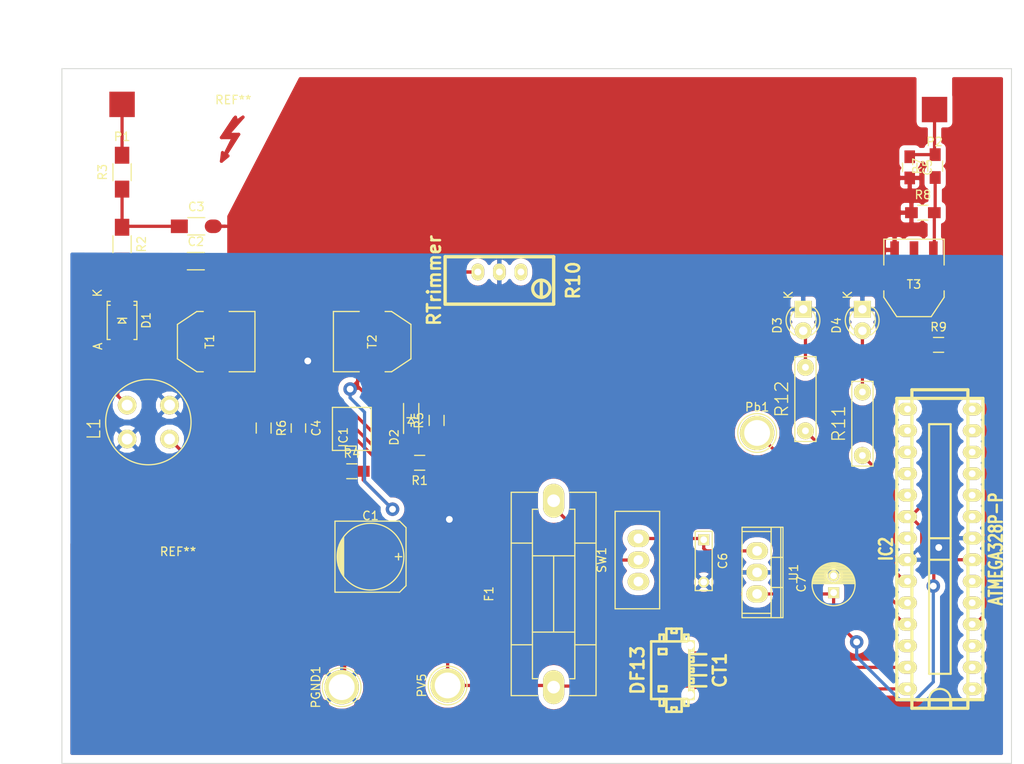
<source format=kicad_pcb>
(kicad_pcb (version 4) (host pcbnew "(2015-07-20 BZR 5967)-product")
  (layers (0 F.Cu signal) (31 B.Cu signal) (35 F.Paste user) (37 F.SilkS user) (39 F.Mask user) (44 Edge.Cuts user))
  (net 0 "")
  (net 1 +5V)
  (net 2 GND)
  (net 3 "Net-(C2-Pad1)")
  (net 4 "Net-(C3-Pad1)")
  (net 5 "Net-(C4-Pad1)")
  (net 6 /HV-)
  (net 7 "Net-(C6-Pad1)")
  (net 8 +3V3)
  (net 9 SCL)
  (net 10 SDA)
  (net 11 "Net-(D1-Pad2)")
  (net 12 "Net-(D2-Pad2)")
  (net 13 "Net-(D3-Pad2)")
  (net 14 "Net-(D4-Pad2)")
  (net 15 "Net-(F1-Pad2)")
  (net 16 "Net-(IC1-Pad7)")
  (net 17 "Net-(IC1-Pad5)")
  (net 18 R)
  (net 19 "Net-(IC1-Pad3)")
  (net 20 /HV+)
  (net 21 "Net-(R7-Pad1)")
  (net 22 "Net-(IC2-Pad4)")
  (net 23 "Net-(R10-Pad3)")
  (net 24 "Net-(IC2-Pad23)")
  (net 25 "Net-(IC2-Pad24)")
  (net 26 "Net-(IC2-Pad1)")
  (net 27 "Net-(IC2-Pad2)")
  (net 28 "Net-(IC2-Pad3)")
  (net 29 "Net-(IC2-Pad5)")
  (net 30 "Net-(IC2-Pad6)")
  (net 31 "Net-(IC2-Pad9)")
  (net 32 "Net-(IC2-Pad10)")
  (net 33 "Net-(IC2-Pad11)")
  (net 34 "Net-(IC2-Pad12)")
  (net 35 "Net-(IC2-Pad13)")
  (net 36 "Net-(IC2-Pad14)")
  (net 37 "Net-(IC2-Pad15)")
  (net 38 "Net-(IC2-Pad16)")
  (net 39 "Net-(IC2-Pad17)")
  (net 40 "Net-(IC2-Pad18)")
  (net 41 "Net-(IC2-Pad19)")
  (net 42 "Net-(IC2-Pad21)")
  (net 43 "Net-(IC2-Pad25)")
  (net 44 "Net-(IC2-Pad26)")
  (net 45 "Net-(SW1-Pad1)")
  (module SMD_Packages:SOT-223 (layer F.Cu) (at 134.597216 54.219634 270)
    (fp_text reference T2 (at 0 0 270) (layer F.SilkS))
    (fp_text value PZT2222A)
    (pad 4 smd rect (at 0 -3.302 270) (size 3.6576 2.032) (layers F.Cu F.Paste F.Mask))
    (pad 2 smd rect (at 0 3.302 270) (size 1.016 2.032) (layers F.Cu F.Paste F.Mask) (net 18 R))
    (pad 3 smd rect (at 2.286 3.302 270) (size 1.016 2.032) (layers F.Cu F.Paste F.Mask) (net 2 GND))
    (pad 1 smd rect (at -2.286 3.302 270) (size 1.016 2.032) (layers F.Cu F.Paste F.Mask) (net 23 "Net-(R10-Pad3)"))
  )
  (module Capacitors_SMD:c_elec_8x6.5 (layer F.Cu) (at 134.4 79.6)
    (fp_text reference C1 (at 0 -4.826) (layer F.SilkS))
    (fp_text value CP)
    (pad 1 smd rect (at 3.05054 0) (size 4.0005 1.6002) (layers F.Cu F.Paste F.Mask) (net 1 +5V))
    (pad 2 smd rect (at -3.05054 0) (size 4.0005 1.6002) (layers F.Cu F.Paste F.Mask) (net 2 GND))
  )
  (module Capacitors_SMD:C_1206_HandSoldering (layer F.Cu) (at 113.797216 44.719634)
    (fp_text reference C2 (at 0 -2.3) (layer F.SilkS))
    (fp_text value C)
    (pad 1 smd rect (at -2 0) (size 2 1.6) (layers F.Cu F.Paste F.Mask) (net 3 "Net-(C2-Pad1)"))
    (pad 2 smd oval (at 2 0) (size 2 1.6) (layers F.Cu F.Paste F.Mask) (net 2 GND))
  )
  (module Capacitors_SMD:C_1206_HandSoldering (layer F.Cu) (at 113.852216 40.609634)
    (fp_text reference C3 (at 0 -2.3) (layer F.SilkS))
    (fp_text value C)
    (pad 1 smd rect (at -2 0) (size 2 1.6) (layers F.Cu F.Paste F.Mask) (net 4 "Net-(C3-Pad1)"))
    (pad 2 smd oval (at 2 0) (size 2 1.6) (layers F.Cu F.Paste F.Mask) (net 2 GND))
  )
  (module Capacitors_SMD:C_0805_HandSoldering (layer F.Cu) (at 125.897216 64.419634 270)
    (fp_text reference C4 (at 0 -2.1 270) (layer F.SilkS))
    (fp_text value C)
    (pad 1 smd rect (at -1.25 0 270) (size 1.5 1.25) (layers F.Cu F.Paste F.Mask) (net 5 "Net-(C4-Pad1)"))
    (pad 2 smd rect (at 1.25 0 270) (size 1.5 1.25) (layers F.Cu F.Paste F.Mask) (net 2 GND))
  )
  (module Capacitors_SMD:C_0805_HandSoldering (layer F.Cu) (at 198 33.65 270)
    (fp_text reference C5 (at 0 -2.1 270) (layer F.SilkS))
    (fp_text value C)
    (pad 1 smd rect (at -1.25 0 270) (size 1.5 1.25) (layers F.Cu F.Paste F.Mask) (net 6 /HV-))
    (pad 2 smd rect (at 1.25 0 270) (size 1.5 1.25) (layers F.Cu F.Paste F.Mask) (net 2 GND))
  )
  (module Capacitors_ThroughHole:C_Rect_L7_W2_P5 (layer F.Cu) (at 173.7 77.6 270)
    (fp_text reference C6 (at 2.5 -2.25 270) (layer F.SilkS))
    (fp_text value C)
    (pad 1 thru_hole rect (at 0 0 270) (size 1.3 1.3) (drill 0.8) (layers *.Cu *.Mask F.SilkS) (net 7 "Net-(C6-Pad1)"))
    (pad 2 thru_hole circle (at 5 0 270) (size 1.3 1.3) (drill 0.8) (layers *.Cu *.Mask F.SilkS) (net 2 GND))
  )
  (module Capacitors_ThroughHole:C_Radial_D5_L11_P2 (layer F.Cu) (at 189.02 83.85 90)
    (fp_text reference C7 (at 1 -3.8 90) (layer F.SilkS))
    (fp_text value CP)
    (pad 1 thru_hole rect (at 0 0 90) (size 1.3 1.3) (drill 0.8) (layers *.Cu *.Mask F.SilkS) (net 8 +3V3))
    (pad 2 thru_hole circle (at 2 0 90) (size 1.3 1.3) (drill 0.8) (layers *.Cu *.Mask F.SilkS) (net 2 GND))
  )
  (module "mis footprints:df13-4p-125h" (layer F.Cu) (at 170 93 270)
    (fp_text reference CT1 (at 0 -5.6007 270) (layer F.SilkS) (effects (font (thickness 0.3048))))
    (fp_text value DF13 (at 0 4.09956 270) (layer F.SilkS) (effects (font (thickness 0.3048))))
    (pad 1 smd rect (at 1.87452 -3.50012 270) (size 0.70104 1.80086) (layers F.Cu F.Paste F.Mask) (net 1 +5V))
    (pad 2 smd rect (at 0.62484 -3.50012 270) (size 0.70104 1.80086) (layers F.Cu F.Paste F.Mask) (net 9 SCL))
    (pad "" smd rect (at -4.22402 -0.20066 270) (size 1.6002 2.19964) (layers F.Cu F.Paste F.Mask))
    (pad "" smd rect (at 4.22402 -0.20066 270) (size 1.6002 2.19964) (layers F.Cu F.Paste F.Mask))
    (pad 3 smd rect (at -0.62484 -3.50012 270) (size 0.70104 1.80086) (layers F.Cu F.Paste F.Mask) (net 10 SDA))
    (pad 4 smd rect (at -1.87452 -3.50012 270) (size 0.70104 1.80086) (layers F.Cu F.Paste F.Mask) (net 2 GND))
    (pad "" np_thru_hole circle (at -2.92608 -2.10058 270) (size 0.89916 0.89916) (drill 0.89916) (layers *.Cu *.Mask F.SilkS))
    (pad "" np_thru_hole circle (at 2.92608 -2.10058 270) (size 0.89916 0.89916) (drill 0.89916) (layers *.Cu *.Mask F.SilkS))
  )
  (module Diodes_SMD:Diode-SMA_Handsoldering (layer F.Cu) (at 105.097216 51.720274 270)
    (fp_text reference D1 (at 0 -2.85 270) (layer F.SilkS))
    (fp_text value D)
    (fp_text user K (at -3.25 2.9 270) (layer F.SilkS))
    (fp_text user A (at 3.05 2.85 270) (layer F.SilkS))
    (pad 1 smd rect (at -2.49936 0 270) (size 3.50012 1.80086) (layers F.Cu F.Paste F.Mask) (net 3 "Net-(C2-Pad1)"))
    (pad 2 smd rect (at 2.49936 0 270) (size 3.50012 1.80086) (layers F.Cu F.Paste F.Mask) (net 11 "Net-(D1-Pad2)"))
  )
  (module Diodes_SMD:SOD-123 (layer F.Cu) (at 139.197216 63.519634 270)
    (fp_text reference D2 (at 2 2 270) (layer F.SilkS))
    (fp_text value D)
    (pad 1 smd rect (at -1.635 0 270) (size 0.91 1.22) (layers F.Cu F.Paste F.Mask) (net 5 "Net-(C4-Pad1)"))
    (pad 2 smd rect (at 1.635 0 270) (size 0.91 1.22) (layers F.Cu F.Paste F.Mask) (net 12 "Net-(D2-Pad2)"))
  )
  (module LEDs:LED-3MM (layer F.Cu) (at 185.435 50.4 270)
    (fp_text reference D3 (at 1.91 3.06 270) (layer F.SilkS))
    (fp_text value D)
    (fp_text user K (at -1.69 1.74 270) (layer F.SilkS))
    (pad 1 thru_hole rect (at 0 0) (size 2 2) (drill 1.00076) (layers *.Cu *.Mask F.SilkS) (net 2 GND))
    (pad 2 thru_hole circle (at 2.54 0 270) (size 2 2) (drill 1.00076) (layers *.Cu *.Mask F.SilkS) (net 13 "Net-(D3-Pad2)"))
  )
  (module LEDs:LED-3MM (layer F.Cu) (at 192.42 50.4 270)
    (fp_text reference D4 (at 1.91 3.06 270) (layer F.SilkS))
    (fp_text value D)
    (fp_text user K (at -1.69 1.74 270) (layer F.SilkS))
    (pad 1 thru_hole rect (at 0 0) (size 2 2) (drill 1.00076) (layers *.Cu *.Mask F.SilkS) (net 2 GND))
    (pad 2 thru_hole circle (at 2.54 0 270) (size 2 2) (drill 1.00076) (layers *.Cu *.Mask F.SilkS) (net 14 "Net-(D4-Pad2)"))
  )
  (module Fuse_Holders_and_Fuses:Fuseholder5x20_horiz_SemiClosed_Casing10x25mm (layer F.Cu) (at 156 84 90)
    (fp_text reference F1 (at 0 -7.62 90) (layer F.SilkS))
    (fp_text value F_Small)
    (pad 2 thru_hole oval (at 11.00074 0) (size 2.49936 4.0005) (drill 1.50114) (layers *.Cu *.Mask F.SilkS) (net 15 "Net-(F1-Pad2)"))
    (pad 1 thru_hole oval (at -11.00074 0) (size 2.49936 4.0005) (drill 1.50114) (layers *.Cu *.Mask F.SilkS) (net 1 +5V))
  )
  (module SMD_Packages:SOIC-8-N (layer F.Cu) (at 132.197216 64.519634 90)
    (fp_text reference IC1 (at -1 -1 90) (layer F.SilkS))
    (fp_text value TLC555)
    (pad 8 smd rect (at -1.905 -3.175 90) (size 0.508 1.143) (layers F.Cu F.Paste F.Mask) (net 1 +5V))
    (pad 7 smd rect (at -0.635 -3.175 90) (size 0.508 1.143) (layers F.Cu F.Paste F.Mask) (net 16 "Net-(IC1-Pad7)"))
    (pad 6 smd rect (at 0.635 -3.175 90) (size 0.508 1.143) (layers F.Cu F.Paste F.Mask) (net 2 GND))
    (pad 5 smd rect (at 1.905 -3.175 90) (size 0.508 1.143) (layers F.Cu F.Paste F.Mask) (net 17 "Net-(IC1-Pad5)"))
    (pad 4 smd rect (at 1.905 3.175 90) (size 0.508 1.143) (layers F.Cu F.Paste F.Mask) (net 18 R))
    (pad 3 smd rect (at 0.635 3.175 90) (size 0.508 1.143) (layers F.Cu F.Paste F.Mask) (net 19 "Net-(IC1-Pad3)"))
    (pad 2 smd rect (at -0.635 3.175 90) (size 0.508 1.143) (layers F.Cu F.Paste F.Mask) (net 5 "Net-(C4-Pad1)"))
    (pad 1 smd rect (at -1.905 3.175 90) (size 0.508 1.143) (layers F.Cu F.Paste F.Mask) (net 2 GND))
  )
  (module "mis footprints:Inductor_Circular_4_throuhole" (layer F.Cu) (at 108.197216 63.719634 270)
    (fp_text reference L1 (at 0.7874 6.4262 270) (layer F.SilkS) (effects (font (size 1.5 1.5))))
    (fp_text value 1200LRS)
    (pad 4 thru_hole circle (at -2 -2.5 270) (size 2.2 2.2) (drill 1.3) (layers *.Cu *.Mask F.SilkS) (net 2 GND))
    (pad 1 thru_hole circle (at 2 -2.5 270) (size 2.2 2.2) (drill 1.3) (layers *.Cu *.Mask F.SilkS) (net 1 +5V))
    (pad 2 thru_hole circle (at 2 2.5 270) (size 2.2 2.2) (drill 1.3) (layers *.Cu *.Mask F.SilkS) (net 2 GND))
    (pad 3 thru_hole circle (at -2 2.5 270) (size 2.2 2.2) (drill 1.3) (layers *.Cu *.Mask F.SilkS) (net 11 "Net-(D1-Pad2)"))
  )
  (module Measurement_Points:Measurement_Point_Square-SMD-Pad_Big (layer F.Cu) (at 105.097216 26.219634 180)
    (fp_text reference P1 (at 0 -3.81 180) (layer F.SilkS))
    (fp_text value CONN_01X01)
    (pad 1 smd rect (at 0 0 180) (size 2.99974 2.99974) (layers F.Cu F.Paste F.Mask) (net 20 /HV+))
  )
  (module Measurement_Points:Measurement_Point_Square-SMD-Pad_Big (layer F.Cu) (at 200.925 26.83 180)
    (fp_text reference P2 (at 0 -3.81 180) (layer F.SilkS))
    (fp_text value CONN_01X01)
    (pad 1 smd rect (at 0 0 180) (size 2.99974 2.99974) (layers F.Cu F.Paste F.Mask) (net 6 /HV-))
  )
  (module Connect:1pin (layer F.Cu) (at 131 95 90)
    (fp_text reference PGND1 (at 0 -3.048 90) (layer F.SilkS))
    (fp_text value CONN_01X01)
    (pad 1 thru_hole circle (at 0 0 90) (size 4.064 4.064) (drill 3.048) (layers *.Cu *.Mask F.SilkS) (net 2 GND))
  )
  (module Connect:1pin (layer F.Cu) (at 143.5 94.8 90)
    (fp_text reference PV5 (at 0 -3.048 90) (layer F.SilkS))
    (fp_text value CONN_01X01)
    (pad 1 thru_hole circle (at 0 0 90) (size 4.064 4.064) (drill 3.048) (layers *.Cu *.Mask F.SilkS) (net 1 +5V))
  )
  (module Resistors_SMD:R_0805_HandSoldering (layer F.Cu) (at 140.197216 68.519634 180)
    (fp_text reference R1 (at 0 -2.1 180) (layer F.SilkS))
    (fp_text value R)
    (pad 1 smd rect (at -1.35 0 180) (size 1.5 1.3) (layers F.Cu F.Paste F.Mask) (net 19 "Net-(IC1-Pad3)"))
    (pad 2 smd rect (at 1.35 0 180) (size 1.5 1.3) (layers F.Cu F.Paste F.Mask) (net 16 "Net-(IC1-Pad7)"))
  )
  (module Resistors_SMD:R_1206_HandSoldering (layer F.Cu) (at 105.097216 42.719634 270)
    (fp_text reference R2 (at 0 -2.3 270) (layer F.SilkS))
    (fp_text value R)
    (pad 1 smd rect (at -2 0 270) (size 2 1.7) (layers F.Cu F.Paste F.Mask) (net 4 "Net-(C3-Pad1)"))
    (pad 2 smd rect (at 2 0 270) (size 2 1.7) (layers F.Cu F.Paste F.Mask) (net 3 "Net-(C2-Pad1)"))
  )
  (module Resistors_SMD:R_1206_HandSoldering (layer F.Cu) (at 105.097216 34.219634 90)
    (fp_text reference R3 (at 0 -2.3 90) (layer F.SilkS))
    (fp_text value R)
    (pad 1 smd rect (at -2 0 90) (size 2 1.7) (layers F.Cu F.Paste F.Mask) (net 4 "Net-(C3-Pad1)"))
    (pad 2 smd rect (at 2 0 90) (size 2 1.7) (layers F.Cu F.Paste F.Mask) (net 20 /HV+))
  )
  (module Resistors_SMD:R_0805_HandSoldering (layer F.Cu) (at 132.197216 69.519634)
    (fp_text reference R4 (at 0 -2.1) (layer F.SilkS))
    (fp_text value R)
    (pad 1 smd rect (at -1.35 0) (size 1.5 1.3) (layers F.Cu F.Paste F.Mask) (net 1 +5V))
    (pad 2 smd rect (at 1.35 0) (size 1.5 1.3) (layers F.Cu F.Paste F.Mask) (net 18 R))
  )
  (module Resistors_SMD:R_0805_HandSoldering (layer F.Cu) (at 142.197216 63.519634 90)
    (fp_text reference R5 (at 0 -2.1 90) (layer F.SilkS))
    (fp_text value R)
    (pad 1 smd rect (at -1.35 0 90) (size 1.5 1.3) (layers F.Cu F.Paste F.Mask) (net 12 "Net-(D2-Pad2)"))
    (pad 2 smd rect (at 1.35 0 90) (size 1.5 1.3) (layers F.Cu F.Paste F.Mask) (net 19 "Net-(IC1-Pad3)"))
  )
  (module Resistors_SMD:R_0805_HandSoldering (layer F.Cu) (at 121.797216 64.419634 270)
    (fp_text reference R6 (at 0 -2.1 270) (layer F.SilkS))
    (fp_text value R)
    (pad 1 smd rect (at -1.35 0 270) (size 1.5 1.3) (layers F.Cu F.Paste F.Mask) (net 5 "Net-(C4-Pad1)"))
    (pad 2 smd rect (at 1.35 0 270) (size 1.5 1.3) (layers F.Cu F.Paste F.Mask) (net 2 GND))
  )
  (module Resistors_SMD:R_0805_HandSoldering (layer F.Cu) (at 201 33.5 90)
    (fp_text reference R7 (at 0 -2.1 90) (layer F.SilkS))
    (fp_text value R)
    (pad 1 smd rect (at -1.35 0 90) (size 1.5 1.3) (layers F.Cu F.Paste F.Mask) (net 21 "Net-(R7-Pad1)"))
    (pad 2 smd rect (at 1.35 0 90) (size 1.5 1.3) (layers F.Cu F.Paste F.Mask) (net 6 /HV-))
  )
  (module Resistors_SMD:R_0805_HandSoldering (layer F.Cu) (at 199.55 39)
    (fp_text reference R8 (at 0 -2.1) (layer F.SilkS))
    (fp_text value R)
    (pad 1 smd rect (at -1.35 0) (size 1.5 1.3) (layers F.Cu F.Paste F.Mask) (net 2 GND))
    (pad 2 smd rect (at 1.35 0) (size 1.5 1.3) (layers F.Cu F.Paste F.Mask) (net 21 "Net-(R7-Pad1)"))
  )
  (module Resistors_SMD:R_0805_HandSoldering (layer F.Cu) (at 201.4 54.6)
    (fp_text reference R9 (at 0 -2.1) (layer F.SilkS))
    (fp_text value R)
    (pad 1 smd rect (at -1.35 0) (size 1.5 1.3) (layers F.Cu F.Paste F.Mask) (net 8 +3V3))
    (pad 2 smd rect (at 1.35 0) (size 1.5 1.3) (layers F.Cu F.Paste F.Mask) (net 22 "Net-(IC2-Pad4)"))
  )
  (module "mis footprints:trimmer_multivuelta" (layer F.Cu) (at 149.6 47 90)
    (fp_text reference R10 (at 0 8.6995 90) (layer F.SilkS) (effects (font (thickness 0.3048))))
    (fp_text value RTrimmer (at 0 -7.69874 90) (layer F.SilkS) (effects (font (thickness 0.3048))))
    (pad 3 thru_hole oval (at 1 -2.54 90) (size 1.99898 1.50114) (drill 0.8001) (layers *.Cu *.Mask F.SilkS) (net 23 "Net-(R10-Pad3)"))
    (pad 2 thru_hole oval (at 1 0 90) (size 1.99898 1.50114) (drill 0.8001) (layers *.Cu *.Mask F.SilkS) (net 2 GND))
    (pad 1 thru_hole oval (at 1 2.54 90) (size 1.99898 1.50114) (drill 0.8001) (layers *.Cu *.Mask F.SilkS))
  )
  (module "mis footprints:7_5mm_drills" (layer F.Cu) (at 192.42 63.91 270)
    (fp_text reference R11 (at 0 2.794 270) (layer F.SilkS) (effects (font (size 1.5 1.5))))
    (fp_text value R)
    (pad 1 thru_hole circle (at 3.75 0 270) (size 1.99898 1.99898) (drill 0.8001) (layers *.Cu *.Mask F.SilkS) (net 24 "Net-(IC2-Pad23)"))
    (pad 2 thru_hole circle (at -3.75 0 270) (size 1.99898 1.99898) (drill 0.8001) (layers *.Cu *.Mask F.SilkS) (net 14 "Net-(D4-Pad2)"))
  )
  (module "mis footprints:7_5mm_drills" (layer F.Cu) (at 185.7 61 270)
    (fp_text reference R12 (at 0 2.794 270) (layer F.SilkS) (effects (font (size 1.5 1.5))))
    (fp_text value R)
    (pad 1 thru_hole circle (at 3.75 0 270) (size 1.99898 1.99898) (drill 0.8001) (layers *.Cu *.Mask F.SilkS) (net 25 "Net-(IC2-Pad24)"))
    (pad 2 thru_hole circle (at -3.75 0 270) (size 1.99898 1.99898) (drill 0.8001) (layers *.Cu *.Mask F.SilkS) (net 13 "Net-(D3-Pad2)"))
  )
  (module SMD_Packages:SOT-223 (layer F.Cu) (at 116.199216 54.219634 90)
    (fp_text reference T1 (at 0 -0.762 90) (layer F.SilkS))
    (fp_text value PZTA42)
    (pad 4 smd rect (at 0 -3.302 90) (size 3.6576 2.032) (layers F.Cu F.Paste F.Mask) (net 11 "Net-(D1-Pad2)"))
    (pad 2 smd rect (at 0 3.302 90) (size 1.016 2.032) (layers F.Cu F.Paste F.Mask) (net 11 "Net-(D1-Pad2)"))
    (pad 3 smd rect (at 2.286 3.302 90) (size 1.016 2.032) (layers F.Cu F.Paste F.Mask) (net 23 "Net-(R10-Pad3)"))
    (pad 1 smd rect (at -2.286 3.302 90) (size 1.016 2.032) (layers F.Cu F.Paste F.Mask) (net 16 "Net-(IC1-Pad7)"))
  )
  (module SMD_Packages:SOT-223 (layer F.Cu) (at 198.5 46.7 180)
    (fp_text reference T3 (at 0 -0.762 180) (layer F.SilkS))
    (fp_text value PZT2222A)
    (pad 4 smd rect (at 0 -3.302 180) (size 3.6576 2.032) (layers F.Cu F.Paste F.Mask) (net 22 "Net-(IC2-Pad4)"))
    (pad 2 smd rect (at 0 3.302 180) (size 1.016 2.032) (layers F.Cu F.Paste F.Mask) (net 22 "Net-(IC2-Pad4)"))
    (pad 3 smd rect (at 2.286 3.302 180) (size 1.016 2.032) (layers F.Cu F.Paste F.Mask) (net 2 GND))
    (pad 1 smd rect (at -2.286 3.302 180) (size 1.016 2.032) (layers F.Cu F.Paste F.Mask) (net 21 "Net-(R7-Pad1)"))
  )
  (module Power_Integrations:TO-220 (layer F.Cu) (at 180 81.46 270)
    (fp_text reference U1 (at 0 -4.318 270) (layer F.SilkS))
    (fp_text value LM7805CT)
    (pad 2 thru_hole oval (at 0 0 270) (size 2.032 2.54) (drill 1.143) (layers *.Cu *.Mask F.SilkS) (net 2 GND))
    (pad 3 thru_hole oval (at 2.54 0 270) (size 2.032 2.54) (drill 1.143) (layers *.Cu *.Mask F.SilkS) (net 8 +3V3))
    (pad 1 thru_hole oval (at -2.54 0 270) (size 2.032 2.54) (drill 1.143) (layers *.Cu *.Mask F.SilkS) (net 7 "Net-(C6-Pad1)"))
  )
  (module "mis footprints:dil_28-300_socket" (layer F.Cu) (at 201.555 78.695 90)
    (fp_text reference IC2 (at 0 -6.35 90) (layer F.SilkS) (effects (font (size 1.524 1.143) (thickness 0.28702))))
    (fp_text value ATMEGA328P-P (at 0 6.604 90) (layer F.SilkS) (effects (font (size 1.524 1.143) (thickness 0.28702))))
    (pad 1 thru_hole oval (at -16.51 3.81 90) (size 1.50114 2.19964) (drill 0.8001) (layers *.Cu *.Mask F.SilkS) (net 26 "Net-(IC2-Pad1)"))
    (pad 2 thru_hole oval (at -13.97 3.81 90) (size 1.50114 2.19964) (drill 0.8001) (layers *.Cu *.Mask F.SilkS) (net 27 "Net-(IC2-Pad2)"))
    (pad 3 thru_hole oval (at -11.43 3.81 90) (size 1.50114 2.19964) (drill 0.8001) (layers *.Cu *.Mask F.SilkS) (net 28 "Net-(IC2-Pad3)"))
    (pad 4 thru_hole oval (at -8.89 3.81 90) (size 1.50114 2.19964) (drill 0.8001) (layers *.Cu *.Mask F.SilkS) (net 22 "Net-(IC2-Pad4)"))
    (pad 5 thru_hole oval (at -6.35 3.81 90) (size 1.50114 2.19964) (drill 0.8001) (layers *.Cu *.Mask F.SilkS) (net 29 "Net-(IC2-Pad5)"))
    (pad 6 thru_hole oval (at -3.81 3.81 90) (size 1.50114 2.19964) (drill 0.8001) (layers *.Cu *.Mask F.SilkS) (net 30 "Net-(IC2-Pad6)"))
    (pad 7 thru_hole oval (at -1.27 3.81 90) (size 1.50114 2.19964) (drill 0.8001) (layers *.Cu *.Mask F.SilkS) (net 8 +3V3))
    (pad 8 thru_hole oval (at 1.27 3.81 90) (size 1.50114 2.19964) (drill 0.8001) (layers *.Cu *.Mask F.SilkS) (net 2 GND))
    (pad 9 thru_hole oval (at 3.81 3.81 90) (size 1.50114 2.19964) (drill 0.8001) (layers *.Cu *.Mask F.SilkS) (net 31 "Net-(IC2-Pad9)"))
    (pad 10 thru_hole oval (at 6.35 3.81 90) (size 1.50114 2.19964) (drill 0.8001) (layers *.Cu *.Mask F.SilkS) (net 32 "Net-(IC2-Pad10)"))
    (pad 11 thru_hole oval (at 8.89 3.81 90) (size 1.50114 2.19964) (drill 0.8001) (layers *.Cu *.Mask F.SilkS) (net 33 "Net-(IC2-Pad11)"))
    (pad 12 thru_hole oval (at 11.43 3.81 90) (size 1.50114 2.19964) (drill 0.8001) (layers *.Cu *.Mask F.SilkS) (net 34 "Net-(IC2-Pad12)"))
    (pad 13 thru_hole oval (at 13.97 3.81 90) (size 1.50114 2.19964) (drill 0.8001) (layers *.Cu *.Mask F.SilkS) (net 35 "Net-(IC2-Pad13)"))
    (pad 14 thru_hole oval (at 16.51 3.81 90) (size 1.50114 2.19964) (drill 0.8001) (layers *.Cu *.Mask F.SilkS) (net 36 "Net-(IC2-Pad14)"))
    (pad 15 thru_hole oval (at 16.51 -3.81 90) (size 1.50114 2.19964) (drill 0.8001) (layers *.Cu *.Mask F.SilkS) (net 37 "Net-(IC2-Pad15)"))
    (pad 16 thru_hole oval (at 13.97 -3.81 90) (size 1.50114 2.19964) (drill 0.8001) (layers *.Cu *.Mask F.SilkS) (net 38 "Net-(IC2-Pad16)"))
    (pad 17 thru_hole oval (at 11.43 -3.81 90) (size 1.50114 2.19964) (drill 0.8001) (layers *.Cu *.Mask F.SilkS) (net 39 "Net-(IC2-Pad17)"))
    (pad 18 thru_hole oval (at 8.89 -3.81 90) (size 1.50114 2.19964) (drill 0.8001) (layers *.Cu *.Mask F.SilkS) (net 40 "Net-(IC2-Pad18)"))
    (pad 19 thru_hole oval (at 6.35 -3.81 90) (size 1.50114 2.19964) (drill 0.8001) (layers *.Cu *.Mask F.SilkS) (net 41 "Net-(IC2-Pad19)"))
    (pad 20 thru_hole oval (at 3.81 -3.81 90) (size 1.50114 2.19964) (drill 0.8001) (layers *.Cu *.Mask F.SilkS) (net 8 +3V3))
    (pad 21 thru_hole oval (at 1.27 -3.81 90) (size 1.50114 2.19964) (drill 0.8001) (layers *.Cu *.Mask F.SilkS) (net 42 "Net-(IC2-Pad21)"))
    (pad 22 thru_hole oval (at -1.27 -3.81 90) (size 1.50114 2.19964) (drill 0.8001) (layers *.Cu *.Mask F.SilkS) (net 2 GND))
    (pad 23 thru_hole oval (at -3.81 -3.81 90) (size 1.50114 2.19964) (drill 0.8001) (layers *.Cu *.Mask F.SilkS) (net 24 "Net-(IC2-Pad23)"))
    (pad 24 thru_hole oval (at -6.35 -3.81 90) (size 1.50114 2.19964) (drill 0.8001) (layers *.Cu *.Mask F.SilkS) (net 25 "Net-(IC2-Pad24)"))
    (pad 25 thru_hole oval (at -8.89 -3.81 90) (size 1.50114 2.19964) (drill 0.8001) (layers *.Cu *.Mask F.SilkS) (net 43 "Net-(IC2-Pad25)"))
    (pad 26 thru_hole oval (at -11.43 -3.81 90) (size 1.50114 2.19964) (drill 0.8001) (layers *.Cu *.Mask F.SilkS) (net 44 "Net-(IC2-Pad26)"))
    (pad 27 thru_hole oval (at -13.97 -3.81 90) (size 1.50114 2.19964) (drill 0.8001) (layers *.Cu *.Mask F.SilkS) (net 10 SDA))
    (pad 28 thru_hole oval (at -16.51 -3.81 90) (size 1.50114 2.19964) (drill 0.8001) (layers *.Cu *.Mask F.SilkS) (net 9 SCL))
  )
  (module "mis footprints:Switch_3pin_2.54mm" (layer F.Cu) (at 166 80 90)
    (fp_text reference SW1 (at 0 -4.318 90) (layer F.SilkS))
    (fp_text value SWITCH_INV)
    (pad 2 thru_hole oval (at 0 0 90) (size 2.032 2.54) (drill 1.143) (layers *.Cu *.Mask F.SilkS) (net 15 "Net-(F1-Pad2)"))
    (pad 3 thru_hole oval (at 2.54 0 90) (size 2.032 2.54) (drill 1.143) (layers *.Cu *.Mask F.SilkS) (net 7 "Net-(C6-Pad1)"))
    (pad 1 thru_hole oval (at -2.54 0 90) (size 2.032 2.54) (drill 1.143) (layers *.Cu *.Mask F.SilkS) (net 45 "Net-(SW1-Pad1)"))
  )
  (module Connect:1pin (layer F.Cu) (at 180 65)
    (fp_text reference Pb1 (at 0 -3.048) (layer F.SilkS))
    (fp_text value CONN_01X01)
    (pad 1 thru_hole circle (at 0 0) (size 4.064 4.064) (drill 3.048) (layers *.Cu *.Mask F.SilkS) (net 43 "Net-(IC2-Pad25)"))
  )
  (module Symbols:Symbol_OSHW-Logo_CopperTop (layer F.Cu) (at 111.6 83.4)
    (fp_text reference REF** (at 0.09906 -4.38912) (layer F.SilkS))
    (fp_text value Symbol_OSHW-Logo_CopperTop)
    (fp_line (start 1.66878 2.68986) (end 2.02946 4.16052) (layer F.Cu) (width 0.381))
    (fp_line (start 2.02946 4.16052) (end 2.30886 3.0988) (layer F.Cu) (width 0.381))
    (fp_line (start 2.30886 3.0988) (end 2.61874 4.17068) (layer F.Cu) (width 0.381))
    (fp_line (start 2.61874 4.17068) (end 2.9591 2.72034) (layer F.Cu) (width 0.381))
    (fp_line (start 0.24892 3.38074) (end 1.03886 3.37058) (layer F.Cu) (width 0.381))
    (fp_line (start 1.03886 3.37058) (end 1.04902 3.38074) (layer F.Cu) (width 0.381))
    (fp_line (start 1.04902 3.38074) (end 1.04902 3.37058) (layer F.Cu) (width 0.381))
    (fp_line (start 1.08966 2.65938) (end 1.08966 4.20116) (layer F.Cu) (width 0.381))
    (fp_line (start 0.20066 2.64922) (end 0.20066 4.21894) (layer F.Cu) (width 0.381))
    (fp_line (start 0.20066 4.21894) (end 0.21082 4.20878) (layer F.Cu) (width 0.381))
    (fp_line (start -0.35052 2.75082) (end -0.70104 2.66954) (layer F.Cu) (width 0.381))
    (fp_line (start -0.70104 2.66954) (end -1.02108 2.65938) (layer F.Cu) (width 0.381))
    (fp_line (start -1.02108 2.65938) (end -1.25984 2.86004) (layer F.Cu) (width 0.381))
    (fp_line (start -1.25984 2.86004) (end -1.29032 3.12928) (layer F.Cu) (width 0.381))
    (fp_line (start -1.29032 3.12928) (end -1.04902 3.37058) (layer F.Cu) (width 0.381))
    (fp_line (start -1.04902 3.37058) (end -0.6604 3.50012) (layer F.Cu) (width 0.381))
    (fp_line (start -0.6604 3.50012) (end -0.48006 3.66014) (layer F.Cu) (width 0.381))
    (fp_line (start -0.48006 3.66014) (end -0.43942 3.95986) (layer F.Cu) (width 0.381))
    (fp_line (start -0.43942 3.95986) (end -0.67056 4.18084) (layer F.Cu) (width 0.381))
    (fp_line (start -0.67056 4.18084) (end -0.9906 4.20878) (layer F.Cu) (width 0.381))
    (fp_line (start -0.9906 4.20878) (end -1.34112 4.09956) (layer F.Cu) (width 0.381))
    (fp_line (start -2.37998 2.64922) (end -2.6289 2.66954) (layer F.Cu) (width 0.381))
    (fp_line (start -2.6289 2.66954) (end -2.8702 2.91084) (layer F.Cu) (width 0.381))
    (fp_line (start -2.8702 2.91084) (end -2.9591 3.40106) (layer F.Cu) (width 0.381))
    (fp_line (start -2.9591 3.40106) (end -2.93116 3.74904) (layer F.Cu) (width 0.381))
    (fp_line (start -2.93116 3.74904) (end -2.7305 4.06908) (layer F.Cu) (width 0.381))
    (fp_line (start -2.7305 4.06908) (end -2.47904 4.191) (layer F.Cu) (width 0.381))
    (fp_line (start -2.47904 4.191) (end -2.16916 4.11988) (layer F.Cu) (width 0.381))
    (fp_line (start -2.16916 4.11988) (end -1.95072 3.93954) (layer F.Cu) (width 0.381))
    (fp_line (start -1.95072 3.93954) (end -1.8796 3.4798) (layer F.Cu) (width 0.381))
    (fp_line (start -1.8796 3.4798) (end -1.9304 3.07086) (layer F.Cu) (width 0.381))
    (fp_line (start -1.9304 3.07086) (end -2.03962 2.78892) (layer F.Cu) (width 0.381))
    (fp_line (start -2.03962 2.78892) (end -2.4003 2.65938) (layer F.Cu) (width 0.381))
    (fp_line (start -1.78054 0.92964) (end -2.03962 1.49098) (layer F.Cu) (width 0.381))
    (fp_line (start -2.03962 1.49098) (end -1.50114 2.00914) (layer F.Cu) (width 0.381))
    (fp_line (start -1.50114 2.00914) (end -0.98044 1.7399) (layer F.Cu) (width 0.381))
    (fp_line (start -0.98044 1.7399) (end -0.70104 1.89992) (layer F.Cu) (width 0.381))
    (fp_line (start 0.73914 1.8796) (end 1.06934 1.6891) (layer F.Cu) (width 0.381))
    (fp_line (start 1.06934 1.6891) (end 1.50876 2.0193) (layer F.Cu) (width 0.381))
    (fp_line (start 1.50876 2.0193) (end 1.9812 1.52908) (layer F.Cu) (width 0.381))
    (fp_line (start 1.9812 1.52908) (end 1.69926 1.04902) (layer F.Cu) (width 0.381))
    (fp_line (start 1.69926 1.04902) (end 1.88976 0.57912) (layer F.Cu) (width 0.381))
    (fp_line (start 1.88976 0.57912) (end 2.49936 0.39116) (layer F.Cu) (width 0.381))
    (fp_line (start 2.49936 0.39116) (end 2.49936 -0.28956) (layer F.Cu) (width 0.381))
    (fp_line (start 2.49936 -0.28956) (end 1.94056 -0.42926) (layer F.Cu) (width 0.381))
    (fp_line (start 1.94056 -0.42926) (end 1.7399 -1.00076) (layer F.Cu) (width 0.381))
    (fp_line (start 1.7399 -1.00076) (end 2.00914 -1.47066) (layer F.Cu) (width 0.381))
    (fp_line (start 2.00914 -1.47066) (end 1.53924 -1.9812) (layer F.Cu) (width 0.381))
    (fp_line (start 1.53924 -1.9812) (end 1.02108 -1.71958) (layer F.Cu) (width 0.381))
    (fp_line (start 1.02108 -1.71958) (end 0.55118 -1.92024) (layer F.Cu) (width 0.381))
    (fp_line (start 0.55118 -1.92024) (end 0.381 -2.46126) (layer F.Cu) (width 0.381))
    (fp_line (start 0.381 -2.46126) (end -0.30988 -2.47904) (layer F.Cu) (width 0.381))
    (fp_line (start -0.30988 -2.47904) (end -0.5207 -1.9304) (layer F.Cu) (width 0.381))
    (fp_line (start -0.5207 -1.9304) (end -0.9398 -1.76022) (layer F.Cu) (width 0.381))
    (fp_line (start -0.9398 -1.76022) (end -1.49098 -2.02946) (layer F.Cu) (width 0.381))
    (fp_line (start -1.49098 -2.02946) (end -2.00914 -1.50114) (layer F.Cu) (width 0.381))
    (fp_line (start -2.00914 -1.50114) (end -1.76022 -0.96012) (layer F.Cu) (width 0.381))
    (fp_line (start -1.76022 -0.96012) (end -1.9304 -0.48006) (layer F.Cu) (width 0.381))
    (fp_line (start -1.9304 -0.48006) (end -2.47904 -0.381) (layer F.Cu) (width 0.381))
    (fp_line (start -2.47904 -0.381) (end -2.4892 0.32004) (layer F.Cu) (width 0.381))
    (fp_line (start -2.4892 0.32004) (end -1.9304 0.5207) (layer F.Cu) (width 0.381))
    (fp_line (start -1.9304 0.5207) (end -1.7907 0.91948) (layer F.Cu) (width 0.381))
    (fp_line (start 0.35052 0.89916) (end 0.65024 0.7493) (layer F.Cu) (width 0.381))
    (fp_line (start 0.65024 0.7493) (end 0.8509 0.55118) (layer F.Cu) (width 0.381))
    (fp_line (start 0.8509 0.55118) (end 1.00076 0.14986) (layer F.Cu) (width 0.381))
    (fp_line (start 1.00076 0.14986) (end 1.00076 -0.24892) (layer F.Cu) (width 0.381))
    (fp_line (start 1.00076 -0.24892) (end 0.8509 -0.59944) (layer F.Cu) (width 0.381))
    (fp_line (start 0.8509 -0.59944) (end 0.39878 -0.94996) (layer F.Cu) (width 0.381))
    (fp_line (start 0.39878 -0.94996) (end -0.0508 -1.00076) (layer F.Cu) (width 0.381))
    (fp_line (start -0.0508 -1.00076) (end -0.44958 -0.89916) (layer F.Cu) (width 0.381))
    (fp_line (start -0.44958 -0.89916) (end -0.8509 -0.55118) (layer F.Cu) (width 0.381))
    (fp_line (start -0.8509 -0.55118) (end -1.00076 -0.09906) (layer F.Cu) (width 0.381))
    (fp_line (start -1.00076 -0.09906) (end -0.94996 0.39878) (layer F.Cu) (width 0.381))
    (fp_line (start -0.94996 0.39878) (end -0.70104 0.70104) (layer F.Cu) (width 0.381))
    (fp_line (start -0.70104 0.70104) (end -0.35052 0.89916) (layer F.Cu) (width 0.381))
    (fp_line (start -0.35052 0.89916) (end -0.70104 1.89992) (layer F.Cu) (width 0.381))
    (fp_line (start 0.35052 0.89916) (end 0.7493 1.89992) (layer F.Cu) (width 0.381))
  )
  (module Symbols:Symbol_Highvoltage_Type1_CopperTop_Small (layer F.Cu) (at 117.2 30.9)
    (fp_text reference REF** (at 1.016 -5.207) (layer F.SilkS))
    (fp_text value Symbol_Highvoltage_Type1_CopperTop_Small)
    (fp_line (start 1.397 -2.794) (end 0 -0.889) (layer F.Cu) (width 0.381))
    (fp_line (start 0 -0.889) (end 1.27 -0.889) (layer F.Cu) (width 0.381))
    (fp_line (start -0.254 1.016) (end -0.381 2.032) (layer F.Cu) (width 0.381))
    (fp_line (start -0.381 2.032) (end 0.381 1.397) (layer F.Cu) (width 0.381))
    (fp_line (start 0.381 1.397) (end -0.127 1.651) (layer F.Cu) (width 0.381))
    (fp_line (start -0.127 1.651) (end 1.651 -1.143) (layer F.Cu) (width 0.381))
    (fp_line (start 1.651 -1.143) (end 0.381 -1.143) (layer F.Cu) (width 0.381))
    (fp_line (start 0.381 -1.143) (end 2.159 -3.175) (layer F.Cu) (width 0.381))
    (fp_line (start 2.159 -3.175) (end 1.397 -2.667) (layer F.Cu) (width 0.381))
    (fp_line (start 1.397 -2.667) (end 1.27 -3.175) (layer F.Cu) (width 0.381))
    (fp_line (start 1.143 -3.048) (end -0.381 -0.762) (layer F.Cu) (width 0.381))
    (fp_line (start -0.381 -0.762) (end 1.016 -0.762) (layer F.Cu) (width 0.381))
    (fp_line (start 1.016 -0.762) (end -0.127 1.524) (layer F.Cu) (width 0.381))
    (fp_line (start -0.127 1.524) (end -0.254 1.016) (layer F.Cu) (width 0.381))
  )
  (gr_line (start 98 22) (end 210 22) (layer Edge.Cuts) (width 0.1))
  (gr_line (start 98 104) (end 98 22) (layer Edge.Cuts) (width 0.1))
  (gr_line (start 210 104) (end 98 104) (layer Edge.Cuts) (width 0.1))
  (gr_line (start 210 22) (end 210 104) (layer Edge.Cuts) (width 0.1))
  (segment (start 130.847216 69.519634) (end 114.497216 69.519634) (width 0.38) (layer F.Cu) (net 1))
  (segment (start 114.497216 69.519634) (end 110.697216 65.719634) (width 0.38) (layer F.Cu) (net 1))
  (segment (start 130.847216 70.897216) (end 137.45054 77.50054) (width 0.38) (layer F.Cu) (net 1))
  (segment (start 137.45054 77.50054) (end 137.45054 79.6) (width 0.38) (layer F.Cu) (net 1))
  (segment (start 130.847216 69.519634) (end 130.847216 70.897216) (width 0.38) (layer F.Cu) (net 1))
  (segment (start 130.847216 70.549634) (end 130.847216 69.519634) (width 0.38) (layer F.Cu) (net 1))
  (segment (start 143.5 94.8) (end 143.5 84.44931) (width 0.38) (layer F.Cu) (net 1))
  (segment (start 143.5 84.44931) (end 138.65069 79.6) (width 0.38) (layer F.Cu) (net 1))
  (segment (start 138.65069 79.6) (end 137.45054 79.6) (width 0.38) (layer F.Cu) (net 1))
  (segment (start 143.5 94.8) (end 155.9 94.8) (width 0.38) (layer F.Cu) (net 1))
  (segment (start 173.50012 94.87452) (end 155.97452 94.87452) (width 0.38) (layer F.Cu) (net 1))
  (segment (start 155.97452 94.87452) (end 155.9 94.8) (width 0.38) (layer F.Cu) (net 1))
  (segment (start 110.697216 65.719634) (end 110.719634 65.719634) (width 0.38) (layer F.Cu) (net 1))
  (segment (start 130.45054 69.91631) (end 130.847216 69.519634) (width 0.38) (layer F.Cu) (net 1))
  (segment (start 129.022216 66.424634) (end 129.022216 67.794634) (width 0.38) (layer F.Cu) (net 1))
  (segment (start 129.022216 67.794634) (end 130.747216 69.519634) (width 0.38) (layer F.Cu) (net 1))
  (segment (start 130.747216 69.519634) (end 130.847216 69.519634) (width 0.38) (layer F.Cu) (net 1))
  (segment (start 129.339716 66.424634) (end 129.022216 66.424634) (width 0.38) (layer F.Cu) (net 1))
  (segment (start 129.893582 56.5) (end 127 56.5) (width 0.38) (layer F.Cu) (net 2))
  (via (at 127 56.5) (size 1.6) (drill 0.8) (layers F.Cu B.Cu) (net 2))
  (segment (start 131.295216 56.505634) (end 129.899216 56.505634) (width 0.38) (layer F.Cu) (net 2))
  (segment (start 129.899216 56.505634) (end 129.893582 56.5) (width 0.38) (layer F.Cu) (net 2))
  (segment (start 143.7 75.2) (end 131 87.9) (width 0.38) (layer B.Cu) (net 2))
  (segment (start 131 87.9) (end 131 95) (width 0.38) (layer B.Cu) (net 2))
  (segment (start 146.7 57.13949) (end 146.7 72.2) (width 0.38) (layer F.Cu) (net 2))
  (segment (start 146.7 72.2) (end 143.7 75.2) (width 0.38) (layer F.Cu) (net 2))
  (via (at 143.7 75.2) (size 1.6) (drill 0.8) (layers F.Cu B.Cu) (net 2))
  (segment (start 161.46 41) (end 161.46 42.37949) (width 0.38) (layer F.Cu) (net 2))
  (segment (start 161.46 42.37949) (end 146.7 57.13949) (width 0.38) (layer F.Cu) (net 2))
  (segment (start 115.797216 44.719634) (end 118.319634 44.719634) (width 0.38) (layer F.Cu) (net 2))
  (segment (start 115.852216 40.609634) (end 118.109634 40.609634) (width 0.38) (layer F.Cu) (net 2))
  (segment (start 115.852216 40.609634) (end 117.232216 40.609634) (width 0.38) (layer F.Cu) (net 2))
  (segment (start 117.232216 40.609634) (end 117.24185 40.6) (width 0.38) (layer F.Cu) (net 2))
  (segment (start 115.797216 44.719634) (end 117.177216 44.719634) (width 0.38) (layer F.Cu) (net 2))
  (segment (start 201.42 78.52) (end 199.19 78.52) (width 0.38) (layer B.Cu) (net 2))
  (segment (start 199.19 78.52) (end 197.745 79.965) (width 0.38) (layer B.Cu) (net 2))
  (segment (start 205.365 77.425) (end 202.515 77.425) (width 0.38) (layer F.Cu) (net 2))
  (segment (start 202.515 77.425) (end 201.42 78.52) (width 0.38) (layer F.Cu) (net 2))
  (segment (start 131.34946 79.6) (end 131.34946 94.65054) (width 0.38) (layer F.Cu) (net 2))
  (segment (start 131.34946 94.65054) (end 131 95) (width 0.38) (layer F.Cu) (net 2))
  (segment (start 127.011216 56.505634) (end 115.911216 56.505634) (width 0.38) (layer B.Cu) (net 2))
  (segment (start 115.911216 56.505634) (end 110.697216 61.719634) (width 0.38) (layer B.Cu) (net 2))
  (segment (start 134.602216 66.424634) (end 132.062216 63.884634) (width 0.38) (layer F.Cu) (net 2))
  (segment (start 132.062216 63.884634) (end 129.022216 63.884634) (width 0.38) (layer F.Cu) (net 2))
  (segment (start 135.372216 66.424634) (end 134.602216 66.424634) (width 0.38) (layer F.Cu) (net 2))
  (segment (start 198.09425 79.965) (end 197.745 79.965) (width 0.38) (layer B.Cu) (net 2))
  (segment (start 125.897216 65.669634) (end 125.897216 65.544634) (width 0.38) (layer F.Cu) (net 2))
  (segment (start 125.897216 65.544634) (end 127.557216 63.884634) (width 0.38) (layer F.Cu) (net 2))
  (segment (start 127.557216 63.884634) (end 128.070716 63.884634) (width 0.38) (layer F.Cu) (net 2))
  (segment (start 128.070716 63.884634) (end 129.022216 63.884634) (width 0.38) (layer F.Cu) (net 2))
  (via (at 201.42 78.52) (size 1.6) (drill 0.8) (layers F.Cu B.Cu) (net 2))
  (segment (start 135.372216 66.424634) (end 135.402216 66.424634) (width 0.38) (layer F.Cu) (net 2))
  (segment (start 125.897216 65.669634) (end 126.412216 66.184634) (width 0.38) (layer F.Cu) (net 2))
  (segment (start 197.745 79.965) (end 198.09425 79.965) (width 0.38) (layer F.Cu) (net 2))
  (segment (start 198.09425 79.965) (end 198.179903 79.879347) (width 0.38) (layer F.Cu) (net 2))
  (segment (start 192.42 50.4) (end 185.435 50.4) (width 0.38) (layer F.Cu) (net 2))
  (segment (start 121.897216 65.669634) (end 121.797216 65.769634) (width 0.38) (layer F.Cu) (net 2))
  (segment (start 105.097216 44.719634) (end 105.097216 49.220914) (width 0.38) (layer F.Cu) (net 3))
  (segment (start 105.097216 44.719634) (end 110.882216 44.719634) (width 0.38) (layer F.Cu) (net 3))
  (segment (start 105.097216 36.219634) (end 105.097216 40.719634) (width 0.38) (layer F.Cu) (net 4))
  (segment (start 111.852216 40.609634) (end 105.207216 40.609634) (width 0.38) (layer F.Cu) (net 4))
  (segment (start 105.207216 40.609634) (end 105.097216 40.719634) (width 0.38) (layer F.Cu) (net 4))
  (segment (start 105.597216 40.219634) (end 105.097216 40.719634) (width 0.38) (layer F.Cu) (net 4))
  (segment (start 127.52543 60.869634) (end 128.780566 60.869634) (width 0.38) (layer F.Cu) (net 5))
  (segment (start 128.780566 60.869634) (end 129.128718 60.869634) (width 0.38) (layer F.Cu) (net 5))
  (segment (start 130.612216 60.869634) (end 128.780566 60.869634) (width 0.38) (layer F.Cu) (net 5))
  (segment (start 125.897216 63.169634) (end 125.897216 62.039634) (width 0.38) (layer F.Cu) (net 5))
  (segment (start 125.897216 62.039634) (end 127.067216 60.869634) (width 0.38) (layer F.Cu) (net 5))
  (segment (start 127.067216 60.869634) (end 127.52543 60.869634) (width 0.38) (layer F.Cu) (net 5))
  (segment (start 130.612216 60.869634) (end 134.897216 65.154634) (width 0.38) (layer F.Cu) (net 5))
  (segment (start 121.797216 63.069634) (end 125.797216 63.069634) (width 0.38) (layer F.Cu) (net 5))
  (segment (start 125.797216 63.069634) (end 125.897216 63.169634) (width 0.38) (layer F.Cu) (net 5))
  (segment (start 139.197216 61.884634) (end 139.197216 62.719634) (width 0.38) (layer F.Cu) (net 5))
  (segment (start 139.197216 62.719634) (end 136.762216 65.154634) (width 0.38) (layer F.Cu) (net 5))
  (segment (start 136.762216 65.154634) (end 136.323716 65.154634) (width 0.38) (layer F.Cu) (net 5))
  (segment (start 136.323716 65.154634) (end 135.372216 65.154634) (width 0.38) (layer F.Cu) (net 5))
  (segment (start 121.797216 63.069634) (end 121.797216 63.169634) (width 0.38) (layer F.Cu) (net 5))
  (segment (start 121.897216 63.169634) (end 121.797216 63.069634) (width 0.38) (layer F.Cu) (net 5))
  (segment (start 201 32.15) (end 198.25 32.15) (width 0.38) (layer F.Cu) (net 6))
  (segment (start 198.25 32.15) (end 198 32.4) (width 0.38) (layer F.Cu) (net 6))
  (segment (start 200.925 26.83) (end 200.925 32.075) (width 0.38) (layer F.Cu) (net 6))
  (segment (start 200.925 32.075) (end 201 32.15) (width 0.38) (layer F.Cu) (net 6))
  (segment (start 180 78.92) (end 173.99 78.92) (width 0.38) (layer F.Cu) (net 7))
  (segment (start 173.99 78.92) (end 173.7 78.63) (width 0.38) (layer F.Cu) (net 7))
  (segment (start 173.7 78.63) (end 173.7 77.6) (width 0.38) (layer F.Cu) (net 7))
  (segment (start 166 77.46) (end 173.56 77.46) (width 0.38) (layer F.Cu) (net 7))
  (segment (start 173.56 77.46) (end 173.7 77.6) (width 0.38) (layer F.Cu) (net 7))
  (segment (start 197.745 74.885) (end 198.09425 74.885) (width 0.38) (layer F.Cu) (net 8))
  (segment (start 198.09425 74.885) (end 200.05 72.92925) (width 0.38) (layer F.Cu) (net 8))
  (segment (start 200.05 72.92925) (end 200.05 55.63) (width 0.38) (layer F.Cu) (net 8))
  (segment (start 200.05 55.63) (end 200.05 54.6) (width 0.38) (layer F.Cu) (net 8))
  (segment (start 180 84) (end 188.87 84) (width 0.38) (layer F.Cu) (net 8))
  (segment (start 188.87 84) (end 189.02 83.85) (width 0.38) (layer F.Cu) (net 8))
  (segment (start 191.74 89.67) (end 189.02 86.95) (width 0.38) (layer F.Cu) (net 8))
  (segment (start 189.02 86.95) (end 189.02 83.85) (width 0.38) (layer F.Cu) (net 8))
  (segment (start 191.74 91.416832) (end 191.74 89.67) (width 0.38) (layer B.Cu) (net 8))
  (via (at 191.74 89.67) (size 1.6) (drill 0.8) (layers F.Cu B.Cu) (net 8))
  (segment (start 200.78 83.07) (end 200.78 94.386832) (width 0.38) (layer B.Cu) (net 8))
  (segment (start 198.641252 96.52558) (end 196.848748 96.52558) (width 0.38) (layer B.Cu) (net 8))
  (segment (start 200.78 94.386832) (end 198.641252 96.52558) (width 0.38) (layer B.Cu) (net 8))
  (segment (start 196.848748 96.52558) (end 191.74 91.416832) (width 0.38) (layer B.Cu) (net 8))
  (segment (start 200.837398 79.965) (end 200.837398 83.012602) (width 0.38) (layer F.Cu) (net 8))
  (segment (start 200.837398 83.012602) (end 200.78 83.07) (width 0.38) (layer F.Cu) (net 8))
  (via (at 200.78 83.07) (size 1.6) (drill 0.8) (layers F.Cu B.Cu) (net 8))
  (segment (start 205.365 79.965) (end 200.837398 79.965) (width 0.38) (layer F.Cu) (net 8))
  (segment (start 200.837398 79.965) (end 199.41483 78.542432) (width 0.38) (layer F.Cu) (net 8))
  (segment (start 199.41483 78.542432) (end 199.41483 76.20558) (width 0.38) (layer F.Cu) (net 8))
  (segment (start 199.41483 76.20558) (end 198.09425 74.885) (width 0.38) (layer F.Cu) (net 8))
  (segment (start 205.01575 79.965) (end 205.365 79.965) (width 0.38) (layer F.Cu) (net 8))
  (segment (start 181.205 95.205) (end 179.62484 93.62484) (width 0.38) (layer F.Cu) (net 9))
  (segment (start 179.62484 93.62484) (end 173.50012 93.62484) (width 0.38) (layer F.Cu) (net 9))
  (segment (start 197.745 95.205) (end 181.205 95.205) (width 0.38) (layer F.Cu) (net 9))
  (segment (start 181.365 92.665) (end 181.07516 92.37516) (width 0.38) (layer F.Cu) (net 10))
  (segment (start 181.07516 92.37516) (end 173.50012 92.37516) (width 0.38) (layer F.Cu) (net 10))
  (segment (start 197.745 92.665) (end 181.365 92.665) (width 0.38) (layer F.Cu) (net 10))
  (segment (start 197.745 92.665) (end 197.39575 92.665) (width 0.38) (layer F.Cu) (net 10))
  (segment (start 119.501216 54.219634) (end 118.105216 54.219634) (width 0.38) (layer F.Cu) (net 11))
  (segment (start 118.105216 54.219634) (end 112.897216 54.219634) (width 0.38) (layer F.Cu) (net 11))
  (segment (start 105.697216 61.719634) (end 104.597217 60.619635) (width 0.38) (layer F.Cu) (net 11))
  (segment (start 104.597217 60.619635) (end 104.597216 54.719634) (width 0.38) (layer F.Cu) (net 11))
  (segment (start 104.597216 54.719634) (end 105.097216 54.219634) (width 0.38) (layer F.Cu) (net 11))
  (segment (start 105.097216 54.219634) (end 106.377646 54.219634) (width 0.38) (layer F.Cu) (net 11))
  (segment (start 106.377646 54.219634) (end 112.897216 54.219634) (width 0.38) (layer F.Cu) (net 11))
  (segment (start 142.197216 64.869634) (end 139.482216 64.869634) (width 0.38) (layer F.Cu) (net 12))
  (segment (start 139.482216 64.869634) (end 139.197216 65.154634) (width 0.38) (layer F.Cu) (net 12))
  (segment (start 185.7 57.25) (end 185.7 53.205) (width 0.38) (layer F.Cu) (net 13))
  (segment (start 185.7 53.205) (end 185.435 52.94) (width 0.38) (layer F.Cu) (net 13))
  (segment (start 192.42 60.16) (end 192.42 52.94) (width 0.38) (layer F.Cu) (net 14))
  (segment (start 166 80) (end 162.25017 80) (width 0.38) (layer F.Cu) (net 15))
  (segment (start 162.25017 80) (end 156 73.74983) (width 0.38) (layer F.Cu) (net 15))
  (segment (start 156 73.74983) (end 156 72.99926) (width 0.38) (layer F.Cu) (net 15))
  (segment (start 118.297216 61.995634) (end 118.297216 62.305159) (width 0.38) (layer F.Cu) (net 16))
  (segment (start 118.297216 62.305159) (end 118.297216 66.219634) (width 0.38) (layer F.Cu) (net 16))
  (segment (start 119.501216 56.505634) (end 119.501216 57.393634) (width 0.38) (layer F.Cu) (net 16))
  (segment (start 119.501216 57.393634) (end 118.297216 58.597634) (width 0.38) (layer F.Cu) (net 16))
  (segment (start 118.297216 58.597634) (end 118.297216 62.305159) (width 0.38) (layer F.Cu) (net 16))
  (segment (start 118.297216 66.219634) (end 120.467207 68.389625) (width 0.38) (layer F.Cu) (net 16))
  (segment (start 120.467207 68.389625) (end 126.625725 68.389625) (width 0.38) (layer F.Cu) (net 16))
  (segment (start 126.625725 68.389625) (end 127.880715 67.134635) (width 0.38) (layer F.Cu) (net 16))
  (segment (start 127.880715 67.134635) (end 127.880715 65.344635) (width 0.38) (layer F.Cu) (net 16))
  (segment (start 127.880715 65.344635) (end 128.070716 65.154634) (width 0.38) (layer F.Cu) (net 16))
  (segment (start 128.070716 65.154634) (end 129.022216 65.154634) (width 0.38) (layer F.Cu) (net 16))
  (segment (start 138.847216 68.519634) (end 135.630715 68.519634) (width 0.38) (layer F.Cu) (net 16))
  (segment (start 135.562216 68.584634) (end 132.197216 65.219634) (width 0.38) (layer F.Cu) (net 16))
  (segment (start 132.197216 65.119634) (end 129.905217 65.119634) (width 0.38) (layer F.Cu) (net 16))
  (segment (start 129.973716 65.154634) (end 129.022216 65.154634) (width 0.38) (layer F.Cu) (net 16))
  (segment (start 133.697216 62.551004) (end 133.697216 70.699634) (width 0.38) (layer B.Cu) (net 18))
  (segment (start 133.697216 70.699634) (end 136.997582 74) (width 0.38) (layer B.Cu) (net 18))
  (segment (start 133.547216 69.519634) (end 133.547216 70.549634) (width 0.38) (layer F.Cu) (net 18))
  (segment (start 133.547216 70.549634) (end 136.997582 74) (width 0.38) (layer F.Cu) (net 18))
  (segment (start 131.803216 54.219634) (end 132.881217 55.297635) (width 0.38) (layer F.Cu) (net 18))
  (segment (start 132.881217 55.297635) (end 132.881217 58.935633) (width 0.38) (layer F.Cu) (net 18))
  (segment (start 132.881217 58.935633) (end 132.797215 59.019635) (width 0.38) (layer F.Cu) (net 18))
  (segment (start 132.797215 59.019635) (end 131.997216 59.819634) (width 0.38) (layer F.Cu) (net 18))
  (segment (start 131.997216 59.819634) (end 132.897216 58.919634) (width 0.38) (layer F.Cu) (net 18))
  (segment (start 132.897216 58.919634) (end 132.897216 55.813634) (width 0.38) (layer F.Cu) (net 18))
  (segment (start 132.881217 58.659464) (end 132.881217 59.489635) (width 0.38) (layer F.Cu) (net 18))
  (segment (start 132.881217 58.935633) (end 132.881217 58.659464) (width 0.38) (layer F.Cu) (net 18))
  (segment (start 132.881217 59.489635) (end 133.111216 59.719634) (width 0.38) (layer F.Cu) (net 18))
  (segment (start 133.697216 69.669634) (end 133.547216 69.519634) (width 0.38) (layer F.Cu) (net 18))
  (via (at 136.997582 74) (size 1.6) (drill 0.8) (layers F.Cu B.Cu) (net 18))
  (segment (start 131.997216 59.719634) (end 131.997216 60.851004) (width 0.38) (layer B.Cu) (net 18))
  (segment (start 131.997216 60.851004) (end 133.697216 62.551004) (width 0.38) (layer B.Cu) (net 18))
  (segment (start 133.111216 59.719634) (end 131.997216 59.719634) (width 0.38) (layer F.Cu) (net 18))
  (via (at 131.997216 59.819634) (size 1.6) (drill 0.8) (layers F.Cu B.Cu) (net 18))
  (segment (start 135.372216 62.614634) (end 135.372216 61.980634) (width 0.38) (layer F.Cu) (net 18))
  (segment (start 135.372216 61.980634) (end 133.111216 59.719634) (width 0.38) (layer F.Cu) (net 18))
  (segment (start 140.747216 60.619634) (end 138.397216 60.619634) (width 0.38) (layer F.Cu) (net 19))
  (segment (start 136.323716 63.884634) (end 135.372216 63.884634) (width 0.38) (layer F.Cu) (net 19))
  (segment (start 138.397216 60.619634) (end 136.513717 62.503133) (width 0.38) (layer F.Cu) (net 19))
  (segment (start 136.513717 62.503133) (end 136.513717 63.694633) (width 0.38) (layer F.Cu) (net 19))
  (segment (start 136.513717 63.694633) (end 136.323716 63.884634) (width 0.38) (layer F.Cu) (net 19))
  (segment (start 142.197216 62.069634) (end 140.747216 60.619634) (width 0.38) (layer F.Cu) (net 19))
  (segment (start 141.547216 68.519634) (end 141.647216 68.519634) (width 0.38) (layer F.Cu) (net 19))
  (segment (start 141.647216 68.519634) (end 143.417217 66.749633) (width 0.38) (layer F.Cu) (net 19))
  (segment (start 143.417217 66.749633) (end 143.417217 63.489635) (width 0.38) (layer F.Cu) (net 19))
  (segment (start 143.417217 63.489635) (end 142.197216 62.269634) (width 0.38) (layer F.Cu) (net 19))
  (segment (start 142.197216 62.269634) (end 142.197216 62.169634) (width 0.38) (layer F.Cu) (net 19))
  (segment (start 142.197216 62.169634) (end 142.197216 62.069634) (width 0.38) (layer F.Cu) (net 19))
  (segment (start 105.097216 26.219634) (end 105.097216 32.219634) (width 0.38) (layer F.Cu) (net 20))
  (segment (start 200.9 39) (end 200.9 43.284) (width 0.38) (layer F.Cu) (net 21))
  (segment (start 200.9 43.284) (end 200.786 43.398) (width 0.38) (layer F.Cu) (net 21))
  (segment (start 201 34.85) (end 201 38.9) (width 0.38) (layer F.Cu) (net 21))
  (segment (start 201 38.9) (end 200.9 39) (width 0.38) (layer F.Cu) (net 21))
  (segment (start 198.5 43.398) (end 198.5 50.002) (width 0.38) (layer F.Cu) (net 22))
  (segment (start 202.75 54.6) (end 202.65 54.6) (width 0.38) (layer F.Cu) (net 22))
  (segment (start 202.65 54.6) (end 198.5 50.45) (width 0.38) (layer F.Cu) (net 22))
  (segment (start 198.5 50.45) (end 198.5 50.002) (width 0.38) (layer F.Cu) (net 22))
  (segment (start 207.03483 57.71483) (end 207.03483 57.971736) (width 0.38) (layer F.Cu) (net 22))
  (segment (start 207.03483 57.971736) (end 207.03483 86.26442) (width 0.38) (layer F.Cu) (net 22))
  (segment (start 202.75 54.6) (end 203.88 54.6) (width 0.38) (layer F.Cu) (net 22))
  (segment (start 203.88 54.6) (end 207.03483 57.75483) (width 0.38) (layer F.Cu) (net 22))
  (segment (start 207.03483 57.75483) (end 207.03483 57.971736) (width 0.38) (layer F.Cu) (net 22))
  (segment (start 205.71425 87.585) (end 205.365 87.585) (width 0.38) (layer F.Cu) (net 22))
  (segment (start 207.03483 86.26442) (end 205.71425 87.585) (width 0.38) (layer F.Cu) (net 22))
  (segment (start 147.06 46) (end 136.34085 46) (width 0.38) (layer F.Cu) (net 23))
  (segment (start 136.34085 46) (end 131.295216 51.045634) (width 0.38) (layer F.Cu) (net 23))
  (segment (start 131.295216 51.045634) (end 131.295216 51.933634) (width 0.38) (layer F.Cu) (net 23))
  (segment (start 141.96 46.1) (end 141.71474 46.1) (width 0.38) (layer F.Cu) (net 23))
  (segment (start 147.06 46) (end 141.81474 46) (width 0.38) (layer F.Cu) (net 23))
  (segment (start 119.501216 51.933634) (end 131.295216 51.933634) (width 0.38) (layer F.Cu) (net 23))
  (segment (start 119.501216 51.933634) (end 120.897216 51.933634) (width 0.38) (layer F.Cu) (net 23))
  (segment (start 192.42 67.66) (end 196.07517 71.31517) (width 0.38) (layer F.Cu) (net 24))
  (segment (start 196.07517 71.31517) (end 196.07517 81.18442) (width 0.38) (layer F.Cu) (net 24))
  (segment (start 196.07517 81.18442) (end 197.39575 82.505) (width 0.38) (layer F.Cu) (net 24))
  (segment (start 197.39575 82.505) (end 197.745 82.505) (width 0.38) (layer F.Cu) (net 24))
  (segment (start 197.351508 82.505) (end 197.745 82.505) (width 0.38) (layer F.Cu) (net 24))
  (segment (start 197.745 85.045) (end 196.26518 85.045) (width 0.38) (layer F.Cu) (net 25))
  (segment (start 196.26518 85.045) (end 195.22018 84) (width 0.38) (layer F.Cu) (net 25))
  (segment (start 195.22018 84) (end 195.22018 74.27018) (width 0.38) (layer F.Cu) (net 25))
  (segment (start 195.22018 74.27018) (end 194.783385 73.833385) (width 0.38) (layer F.Cu) (net 25))
  (segment (start 194.783385 73.833385) (end 185.7 64.75) (width 0.38) (layer F.Cu) (net 25))
  (segment (start 197.745 85.045) (end 197.39575 85.045) (width 0.38) (layer F.Cu) (net 25))
  (segment (start 185.7 64.84925) (end 185.7 64.75) (width 0.38) (layer F.Cu) (net 25))
  (segment (start 180 65) (end 194 79) (width 0.38) (layer F.Cu) (net 43))
  (segment (start 194 79) (end 194 84.18925) (width 0.38) (layer F.Cu) (net 43))
  (segment (start 194 84.18925) (end 197.39575 87.585) (width 0.38) (layer F.Cu) (net 43))
  (segment (start 197.39575 87.585) (end 197.745 87.585) (width 0.38) (layer F.Cu) (net 43))
  (zone (net 0) (net_name "") (layer F.Cu) (connect_pads (clearance 0.508)) (min_thickness 0.254)
    (keepout (tracks allowed) (vias allowed) (copperpour not_allowed))
    (fill yes (arc_segments 16) (thermal_gap 0.508) (thermal_bridge_width 0.508))
    (polygon (pts (xy 197.6 96.7) (xy 205.4 96.7) (xy 205.4 60.7) (xy 197.6 60.7)))
  )
  (zone (net 0) (net_name "") (layer F.Cu) (connect_pads (clearance 0.508)) (min_thickness 0.254)
    (keepout (tracks allowed) (vias allowed) (copperpour not_allowed))
    (fill yes (arc_segments 32) (thermal_gap 0.508) (thermal_bridge_width 0.508))
    (polygon (pts (xy 128.697216 61.319634) (xy 135.997216 61.119634) (xy 136.897216 61.119634) (xy 136.997216 69.619634) (xy 128.497216 69.919634) (xy 128.797216 61.319634)))
  )
  (zone (net 0) (net_name "") (layer F.Cu) (connect_pads (clearance 0.508)) (min_thickness 0.254)
    (keepout (tracks allowed) (vias allowed) (copperpour not_allowed))
    (fill yes (arc_segments 32) (thermal_gap 0.508) (thermal_bridge_width 0.508))
    (polygon (pts (xy 136.297216 68.919634) (xy 142.697216 69.019634) (xy 142.097216 69.719634) (xy 135.997216 69.619634)))
  )
  (zone (net 0) (net_name "") (layer F.Cu) (connect_pads (clearance 0.508)) (min_thickness 0.254)
    (keepout (tracks allowed) (vias allowed) (copperpour not_allowed))
    (fill yes (arc_segments 32) (thermal_gap 0.508) (thermal_bridge_width 0.508))
    (polygon (pts (xy 126.697216 61.319634) (xy 129.697216 61.219634) (xy 129.597216 65.619634) (xy 125.997216 64.319634) (xy 126.797216 61.419634)))
  )
  (zone (net 2) (net_name GND) (layer B.Cu) (connect_pads (clearance 0.6)) (min_thickness 0.38) (fill yes (arc_segments 16) (thermal_gap 0.508) (thermal_bridge_width 0.508))
    (polygon (pts (xy 99 23) (xy 209 23) (xy 209 103) (xy 110 103) (xy 99 103)))
  )
  (zone (net 2) (net_name GND) (layer F.Cu) (connect_pads (clearance 0.6)) (min_thickness 0.38) (fill yes (mode segment) (arc_segments 32) (thermal_gap 0.508) (thermal_bridge_width 0.508))
    (polygon (pts (xy 126 23) (xy 117.5 39.4) (xy 117.5 47.1) (xy 119 49) (xy 126.3 49) (xy 126.3 55.1) (xy 99 78) (xy 99 103) (xy 209 103) (xy 209 23)))
  )
  (zone (net 0) (net_name "") (layer F.Cu) (connect_pads (clearance 0.508)) (min_thickness 0.254)
    (keepout (tracks allowed) (vias allowed) (copperpour not_allowed))
    (fill yes (arc_segments 16) (thermal_gap 0.508) (thermal_bridge_width 0.508))
    (polygon (pts (xy 198.8 28.3) (xy 198.8 22.5) (xy 202.9 22.5) (xy 203 22.5) (xy 203 28.3)))
  )
  (zone (net 0) (net_name "") (layer B.Cu) (connect_pads (clearance 0.508)) (min_thickness 0.254)
    (keepout (tracks not_allowed) (vias not_allowed) (copperpour not_allowed))
    (fill yes (arc_segments 16) (thermal_gap 0.508) (thermal_bridge_width 0.508))
    (polygon (pts (xy 98 43.7) (xy 211 44) (xy 211.5 13.9) (xy 90.7 16.8)))
  )
)
</source>
